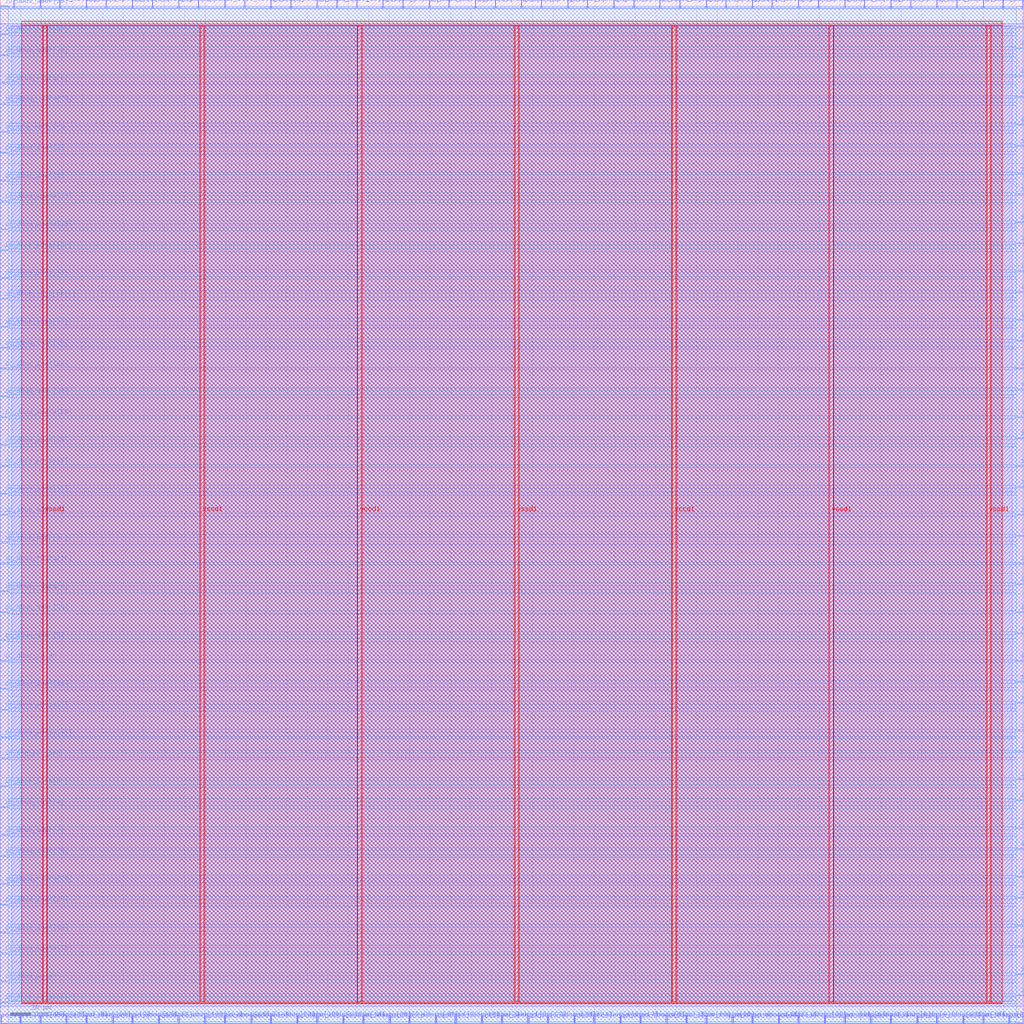
<source format=lef>
VERSION 5.7 ;
  NOWIREEXTENSIONATPIN ON ;
  DIVIDERCHAR "/" ;
  BUSBITCHARS "[]" ;
MACRO Core
  CLASS BLOCK ;
  FOREIGN Core ;
  ORIGIN 0.000 0.000 ;
  SIZE 500.000 BY 500.000 ;
  PIN clock
    DIRECTION INPUT ;
    USE SIGNAL ;
    PORT
      LAYER met2 ;
        RECT 96.690 496.000 96.970 500.000 ;
    END
  END clock
  PIN io_dbus_addr[0]
    DIRECTION OUTPUT TRISTATE ;
    USE SIGNAL ;
    PORT
      LAYER met2 ;
        RECT 492.750 0.000 493.030 4.000 ;
    END
  END io_dbus_addr[0]
  PIN io_dbus_addr[10]
    DIRECTION OUTPUT TRISTATE ;
    USE SIGNAL ;
    PORT
      LAYER met2 ;
        RECT 109.570 0.000 109.850 4.000 ;
    END
  END io_dbus_addr[10]
  PIN io_dbus_addr[11]
    DIRECTION OUTPUT TRISTATE ;
    USE SIGNAL ;
    PORT
      LAYER met2 ;
        RECT 367.170 0.000 367.450 4.000 ;
    END
  END io_dbus_addr[11]
  PIN io_dbus_addr[12]
    DIRECTION OUTPUT TRISTATE ;
    USE SIGNAL ;
    PORT
      LAYER met3 ;
        RECT 496.000 214.240 500.000 214.840 ;
    END
  END io_dbus_addr[12]
  PIN io_dbus_addr[13]
    DIRECTION OUTPUT TRISTATE ;
    USE SIGNAL ;
    PORT
      LAYER met2 ;
        RECT 322.090 496.000 322.370 500.000 ;
    END
  END io_dbus_addr[13]
  PIN io_dbus_addr[14]
    DIRECTION OUTPUT TRISTATE ;
    USE SIGNAL ;
    PORT
      LAYER met2 ;
        RECT 29.070 496.000 29.350 500.000 ;
    END
  END io_dbus_addr[14]
  PIN io_dbus_addr[15]
    DIRECTION OUTPUT TRISTATE ;
    USE SIGNAL ;
    PORT
      LAYER met3 ;
        RECT 0.000 258.440 4.000 259.040 ;
    END
  END io_dbus_addr[15]
  PIN io_dbus_addr[16]
    DIRECTION OUTPUT TRISTATE ;
    USE SIGNAL ;
    PORT
      LAYER met3 ;
        RECT 496.000 37.440 500.000 38.040 ;
    END
  END io_dbus_addr[16]
  PIN io_dbus_addr[17]
    DIRECTION OUTPUT TRISTATE ;
    USE SIGNAL ;
    PORT
      LAYER met2 ;
        RECT 479.870 496.000 480.150 500.000 ;
    END
  END io_dbus_addr[17]
  PIN io_dbus_addr[18]
    DIRECTION OUTPUT TRISTATE ;
    USE SIGNAL ;
    PORT
      LAYER met2 ;
        RECT 41.950 0.000 42.230 4.000 ;
    END
  END io_dbus_addr[18]
  PIN io_dbus_addr[19]
    DIRECTION OUTPUT TRISTATE ;
    USE SIGNAL ;
    PORT
      LAYER met3 ;
        RECT 0.000 282.240 4.000 282.840 ;
    END
  END io_dbus_addr[19]
  PIN io_dbus_addr[1]
    DIRECTION OUTPUT TRISTATE ;
    USE SIGNAL ;
    PORT
      LAYER met2 ;
        RECT 235.150 0.000 235.430 4.000 ;
    END
  END io_dbus_addr[1]
  PIN io_dbus_addr[20]
    DIRECTION OUTPUT TRISTATE ;
    USE SIGNAL ;
    PORT
      LAYER met3 ;
        RECT 0.000 496.440 4.000 497.040 ;
    END
  END io_dbus_addr[20]
  PIN io_dbus_addr[21]
    DIRECTION OUTPUT TRISTATE ;
    USE SIGNAL ;
    PORT
      LAYER met3 ;
        RECT 496.000 85.040 500.000 85.640 ;
    END
  END io_dbus_addr[21]
  PIN io_dbus_addr[22]
    DIRECTION OUTPUT TRISTATE ;
    USE SIGNAL ;
    PORT
      LAYER met2 ;
        RECT 231.930 496.000 232.210 500.000 ;
    END
  END io_dbus_addr[22]
  PIN io_dbus_addr[23]
    DIRECTION OUTPUT TRISTATE ;
    USE SIGNAL ;
    PORT
      LAYER met3 ;
        RECT 496.000 380.840 500.000 381.440 ;
    END
  END io_dbus_addr[23]
  PIN io_dbus_addr[24]
    DIRECTION OUTPUT TRISTATE ;
    USE SIGNAL ;
    PORT
      LAYER met3 ;
        RECT 0.000 472.640 4.000 473.240 ;
    END
  END io_dbus_addr[24]
  PIN io_dbus_addr[25]
    DIRECTION OUTPUT TRISTATE ;
    USE SIGNAL ;
    PORT
      LAYER met2 ;
        RECT 219.050 496.000 219.330 500.000 ;
    END
  END io_dbus_addr[25]
  PIN io_dbus_addr[26]
    DIRECTION OUTPUT TRISTATE ;
    USE SIGNAL ;
    PORT
      LAYER met2 ;
        RECT 286.670 496.000 286.950 500.000 ;
    END
  END io_dbus_addr[26]
  PIN io_dbus_addr[27]
    DIRECTION OUTPUT TRISTATE ;
    USE SIGNAL ;
    PORT
      LAYER met2 ;
        RECT 447.670 0.000 447.950 4.000 ;
    END
  END io_dbus_addr[27]
  PIN io_dbus_addr[28]
    DIRECTION OUTPUT TRISTATE ;
    USE SIGNAL ;
    PORT
      LAYER met3 ;
        RECT 496.000 391.040 500.000 391.640 ;
    END
  END io_dbus_addr[28]
  PIN io_dbus_addr[29]
    DIRECTION OUTPUT TRISTATE ;
    USE SIGNAL ;
    PORT
      LAYER met3 ;
        RECT 0.000 482.840 4.000 483.440 ;
    END
  END io_dbus_addr[29]
  PIN io_dbus_addr[2]
    DIRECTION OUTPUT TRISTATE ;
    USE SIGNAL ;
    PORT
      LAYER met2 ;
        RECT 119.230 496.000 119.510 500.000 ;
    END
  END io_dbus_addr[2]
  PIN io_dbus_addr[30]
    DIRECTION OUTPUT TRISTATE ;
    USE SIGNAL ;
    PORT
      LAYER met3 ;
        RECT 0.000 200.640 4.000 201.240 ;
    END
  END io_dbus_addr[30]
  PIN io_dbus_addr[31]
    DIRECTION OUTPUT TRISTATE ;
    USE SIGNAL ;
    PORT
      LAYER met3 ;
        RECT 0.000 306.040 4.000 306.640 ;
    END
  END io_dbus_addr[31]
  PIN io_dbus_addr[3]
    DIRECTION OUTPUT TRISTATE ;
    USE SIGNAL ;
    PORT
      LAYER met3 ;
        RECT 496.000 47.640 500.000 48.240 ;
    END
  END io_dbus_addr[3]
  PIN io_dbus_addr[4]
    DIRECTION OUTPUT TRISTATE ;
    USE SIGNAL ;
    PORT
      LAYER met3 ;
        RECT 496.000 476.040 500.000 476.640 ;
    END
  END io_dbus_addr[4]
  PIN io_dbus_addr[5]
    DIRECTION OUTPUT TRISTATE ;
    USE SIGNAL ;
    PORT
      LAYER met2 ;
        RECT 64.490 496.000 64.770 500.000 ;
    END
  END io_dbus_addr[5]
  PIN io_dbus_addr[6]
    DIRECTION OUTPUT TRISTATE ;
    USE SIGNAL ;
    PORT
      LAYER met2 ;
        RECT 402.590 0.000 402.870 4.000 ;
    END
  END io_dbus_addr[6]
  PIN io_dbus_addr[7]
    DIRECTION OUTPUT TRISTATE ;
    USE SIGNAL ;
    PORT
      LAYER met3 ;
        RECT 0.000 91.840 4.000 92.440 ;
    END
  END io_dbus_addr[7]
  PIN io_dbus_addr[8]
    DIRECTION OUTPUT TRISTATE ;
    USE SIGNAL ;
    PORT
      LAYER met2 ;
        RECT 425.130 0.000 425.410 4.000 ;
    END
  END io_dbus_addr[8]
  PIN io_dbus_addr[9]
    DIRECTION OUTPUT TRISTATE ;
    USE SIGNAL ;
    PORT
      LAYER met2 ;
        RECT 144.990 0.000 145.270 4.000 ;
    END
  END io_dbus_addr[9]
  PIN io_dbus_ld_type[0]
    DIRECTION OUTPUT TRISTATE ;
    USE SIGNAL ;
    PORT
      LAYER met3 ;
        RECT 0.000 353.640 4.000 354.240 ;
    END
  END io_dbus_ld_type[0]
  PIN io_dbus_ld_type[1]
    DIRECTION OUTPUT TRISTATE ;
    USE SIGNAL ;
    PORT
      LAYER met3 ;
        RECT 496.000 71.440 500.000 72.040 ;
    END
  END io_dbus_ld_type[1]
  PIN io_dbus_ld_type[2]
    DIRECTION OUTPUT TRISTATE ;
    USE SIGNAL ;
    PORT
      LAYER met2 ;
        RECT 389.710 0.000 389.990 4.000 ;
    END
  END io_dbus_ld_type[2]
  PIN io_dbus_rd_en
    DIRECTION OUTPUT TRISTATE ;
    USE SIGNAL ;
    PORT
      LAYER met3 ;
        RECT 0.000 176.840 4.000 177.440 ;
    END
  END io_dbus_rd_en
  PIN io_dbus_rdata[0]
    DIRECTION INPUT ;
    USE SIGNAL ;
    PORT
      LAYER met2 ;
        RECT 41.950 496.000 42.230 500.000 ;
    END
  END io_dbus_rdata[0]
  PIN io_dbus_rdata[10]
    DIRECTION INPUT ;
    USE SIGNAL ;
    PORT
      LAYER met2 ;
        RECT 19.410 496.000 19.690 500.000 ;
    END
  END io_dbus_rdata[10]
  PIN io_dbus_rdata[11]
    DIRECTION INPUT ;
    USE SIGNAL ;
    PORT
      LAYER met2 ;
        RECT 357.510 0.000 357.790 4.000 ;
    END
  END io_dbus_rdata[11]
  PIN io_dbus_rdata[12]
    DIRECTION INPUT ;
    USE SIGNAL ;
    PORT
      LAYER met2 ;
        RECT 444.450 496.000 444.730 500.000 ;
    END
  END io_dbus_rdata[12]
  PIN io_dbus_rdata[13]
    DIRECTION INPUT ;
    USE SIGNAL ;
    PORT
      LAYER met3 ;
        RECT 496.000 319.640 500.000 320.240 ;
    END
  END io_dbus_rdata[13]
  PIN io_dbus_rdata[14]
    DIRECTION INPUT ;
    USE SIGNAL ;
    PORT
      LAYER met2 ;
        RECT 309.210 496.000 309.490 500.000 ;
    END
  END io_dbus_rdata[14]
  PIN io_dbus_rdata[15]
    DIRECTION INPUT ;
    USE SIGNAL ;
    PORT
      LAYER met2 ;
        RECT 399.370 496.000 399.650 500.000 ;
    END
  END io_dbus_rdata[15]
  PIN io_dbus_rdata[16]
    DIRECTION INPUT ;
    USE SIGNAL ;
    PORT
      LAYER met3 ;
        RECT 0.000 224.440 4.000 225.040 ;
    END
  END io_dbus_rdata[16]
  PIN io_dbus_rdata[17]
    DIRECTION INPUT ;
    USE SIGNAL ;
    PORT
      LAYER met2 ;
        RECT 132.110 0.000 132.390 4.000 ;
    END
  END io_dbus_rdata[17]
  PIN io_dbus_rdata[18]
    DIRECTION INPUT ;
    USE SIGNAL ;
    PORT
      LAYER met2 ;
        RECT 457.330 496.000 457.610 500.000 ;
    END
  END io_dbus_rdata[18]
  PIN io_dbus_rdata[19]
    DIRECTION INPUT ;
    USE SIGNAL ;
    PORT
      LAYER met2 ;
        RECT 190.070 0.000 190.350 4.000 ;
    END
  END io_dbus_rdata[19]
  PIN io_dbus_rdata[1]
    DIRECTION INPUT ;
    USE SIGNAL ;
    PORT
      LAYER met2 ;
        RECT 312.430 0.000 312.710 4.000 ;
    END
  END io_dbus_rdata[1]
  PIN io_dbus_rdata[20]
    DIRECTION INPUT ;
    USE SIGNAL ;
    PORT
      LAYER met3 ;
        RECT 496.000 404.640 500.000 405.240 ;
    END
  END io_dbus_rdata[20]
  PIN io_dbus_rdata[21]
    DIRECTION INPUT ;
    USE SIGNAL ;
    PORT
      LAYER met3 ;
        RECT 496.000 272.040 500.000 272.640 ;
    END
  END io_dbus_rdata[21]
  PIN io_dbus_rdata[22]
    DIRECTION INPUT ;
    USE SIGNAL ;
    PORT
      LAYER met2 ;
        RECT 466.990 496.000 467.270 500.000 ;
    END
  END io_dbus_rdata[22]
  PIN io_dbus_rdata[23]
    DIRECTION INPUT ;
    USE SIGNAL ;
    PORT
      LAYER met2 ;
        RECT 209.390 496.000 209.670 500.000 ;
    END
  END io_dbus_rdata[23]
  PIN io_dbus_rdata[24]
    DIRECTION INPUT ;
    USE SIGNAL ;
    PORT
      LAYER met3 ;
        RECT 496.000 248.240 500.000 248.840 ;
    END
  END io_dbus_rdata[24]
  PIN io_dbus_rdata[25]
    DIRECTION INPUT ;
    USE SIGNAL ;
    PORT
      LAYER met2 ;
        RECT 132.110 496.000 132.390 500.000 ;
    END
  END io_dbus_rdata[25]
  PIN io_dbus_rdata[26]
    DIRECTION INPUT ;
    USE SIGNAL ;
    PORT
      LAYER met3 ;
        RECT 0.000 68.040 4.000 68.640 ;
    END
  END io_dbus_rdata[26]
  PIN io_dbus_rdata[27]
    DIRECTION INPUT ;
    USE SIGNAL ;
    PORT
      LAYER met2 ;
        RECT 173.970 496.000 174.250 500.000 ;
    END
  END io_dbus_rdata[27]
  PIN io_dbus_rdata[28]
    DIRECTION INPUT ;
    USE SIGNAL ;
    PORT
      LAYER met3 ;
        RECT 496.000 343.440 500.000 344.040 ;
    END
  END io_dbus_rdata[28]
  PIN io_dbus_rdata[29]
    DIRECTION INPUT ;
    USE SIGNAL ;
    PORT
      LAYER met2 ;
        RECT 334.970 0.000 335.250 4.000 ;
    END
  END io_dbus_rdata[29]
  PIN io_dbus_rdata[2]
    DIRECTION INPUT ;
    USE SIGNAL ;
    PORT
      LAYER met2 ;
        RECT 434.790 496.000 435.070 500.000 ;
    END
  END io_dbus_rdata[2]
  PIN io_dbus_rdata[30]
    DIRECTION INPUT ;
    USE SIGNAL ;
    PORT
      LAYER met2 ;
        RECT 499.190 496.000 499.470 500.000 ;
    END
  END io_dbus_rdata[30]
  PIN io_dbus_rdata[31]
    DIRECTION INPUT ;
    USE SIGNAL ;
    PORT
      LAYER met2 ;
        RECT 186.850 496.000 187.130 500.000 ;
    END
  END io_dbus_rdata[31]
  PIN io_dbus_rdata[3]
    DIRECTION INPUT ;
    USE SIGNAL ;
    PORT
      LAYER met2 ;
        RECT 222.270 0.000 222.550 4.000 ;
    END
  END io_dbus_rdata[3]
  PIN io_dbus_rdata[4]
    DIRECTION INPUT ;
    USE SIGNAL ;
    PORT
      LAYER met3 ;
        RECT 496.000 156.440 500.000 157.040 ;
    END
  END io_dbus_rdata[4]
  PIN io_dbus_rdata[5]
    DIRECTION INPUT ;
    USE SIGNAL ;
    PORT
      LAYER met3 ;
        RECT 496.000 23.840 500.000 24.440 ;
    END
  END io_dbus_rdata[5]
  PIN io_dbus_rdata[6]
    DIRECTION INPUT ;
    USE SIGNAL ;
    PORT
      LAYER met2 ;
        RECT 299.550 496.000 299.830 500.000 ;
    END
  END io_dbus_rdata[6]
  PIN io_dbus_rdata[7]
    DIRECTION INPUT ;
    USE SIGNAL ;
    PORT
      LAYER met3 ;
        RECT 496.000 438.640 500.000 439.240 ;
    END
  END io_dbus_rdata[7]
  PIN io_dbus_rdata[8]
    DIRECTION INPUT ;
    USE SIGNAL ;
    PORT
      LAYER met3 ;
        RECT 496.000 176.840 500.000 177.440 ;
    END
  END io_dbus_rdata[8]
  PIN io_dbus_rdata[9]
    DIRECTION INPUT ;
    USE SIGNAL ;
    PORT
      LAYER met2 ;
        RECT 302.770 0.000 303.050 4.000 ;
    END
  END io_dbus_rdata[9]
  PIN io_dbus_st_type[0]
    DIRECTION OUTPUT TRISTATE ;
    USE SIGNAL ;
    PORT
      LAYER met3 ;
        RECT 0.000 10.240 4.000 10.840 ;
    END
  END io_dbus_st_type[0]
  PIN io_dbus_st_type[1]
    DIRECTION OUTPUT TRISTATE ;
    USE SIGNAL ;
    PORT
      LAYER met2 ;
        RECT 344.630 496.000 344.910 500.000 ;
    END
  END io_dbus_st_type[1]
  PIN io_dbus_valid
    DIRECTION INPUT ;
    USE SIGNAL ;
    PORT
      LAYER met3 ;
        RECT 496.000 452.240 500.000 452.840 ;
    END
  END io_dbus_valid
  PIN io_dbus_wdata[0]
    DIRECTION OUTPUT TRISTATE ;
    USE SIGNAL ;
    PORT
      LAYER met2 ;
        RECT 141.770 496.000 142.050 500.000 ;
    END
  END io_dbus_wdata[0]
  PIN io_dbus_wdata[10]
    DIRECTION OUTPUT TRISTATE ;
    USE SIGNAL ;
    PORT
      LAYER met3 ;
        RECT 496.000 309.440 500.000 310.040 ;
    END
  END io_dbus_wdata[10]
  PIN io_dbus_wdata[11]
    DIRECTION OUTPUT TRISTATE ;
    USE SIGNAL ;
    PORT
      LAYER met2 ;
        RECT 19.410 0.000 19.690 4.000 ;
    END
  END io_dbus_wdata[11]
  PIN io_dbus_wdata[12]
    DIRECTION OUTPUT TRISTATE ;
    USE SIGNAL ;
    PORT
      LAYER met2 ;
        RECT 154.650 0.000 154.930 4.000 ;
    END
  END io_dbus_wdata[12]
  PIN io_dbus_wdata[13]
    DIRECTION OUTPUT TRISTATE ;
    USE SIGNAL ;
    PORT
      LAYER met3 ;
        RECT 0.000 387.640 4.000 388.240 ;
    END
  END io_dbus_wdata[13]
  PIN io_dbus_wdata[14]
    DIRECTION OUTPUT TRISTATE ;
    USE SIGNAL ;
    PORT
      LAYER met2 ;
        RECT 412.250 496.000 412.530 500.000 ;
    END
  END io_dbus_wdata[14]
  PIN io_dbus_wdata[15]
    DIRECTION OUTPUT TRISTATE ;
    USE SIGNAL ;
    PORT
      LAYER met3 ;
        RECT 0.000 139.440 4.000 140.040 ;
    END
  END io_dbus_wdata[15]
  PIN io_dbus_wdata[16]
    DIRECTION OUTPUT TRISTATE ;
    USE SIGNAL ;
    PORT
      LAYER met2 ;
        RECT 457.330 0.000 457.610 4.000 ;
    END
  END io_dbus_wdata[16]
  PIN io_dbus_wdata[17]
    DIRECTION OUTPUT TRISTATE ;
    USE SIGNAL ;
    PORT
      LAYER met3 ;
        RECT 0.000 401.240 4.000 401.840 ;
    END
  END io_dbus_wdata[17]
  PIN io_dbus_wdata[18]
    DIRECTION OUTPUT TRISTATE ;
    USE SIGNAL ;
    PORT
      LAYER met3 ;
        RECT 0.000 34.040 4.000 34.640 ;
    END
  END io_dbus_wdata[18]
  PIN io_dbus_wdata[19]
    DIRECTION OUTPUT TRISTATE ;
    USE SIGNAL ;
    PORT
      LAYER met3 ;
        RECT 496.000 200.640 500.000 201.240 ;
    END
  END io_dbus_wdata[19]
  PIN io_dbus_wdata[1]
    DIRECTION OUTPUT TRISTATE ;
    USE SIGNAL ;
    PORT
      LAYER met3 ;
        RECT 496.000 119.040 500.000 119.640 ;
    END
  END io_dbus_wdata[1]
  PIN io_dbus_wdata[20]
    DIRECTION OUTPUT TRISTATE ;
    USE SIGNAL ;
    PORT
      LAYER met3 ;
        RECT 0.000 377.440 4.000 378.040 ;
    END
  END io_dbus_wdata[20]
  PIN io_dbus_wdata[21]
    DIRECTION OUTPUT TRISTATE ;
    USE SIGNAL ;
    PORT
      LAYER met2 ;
        RECT 196.510 496.000 196.790 500.000 ;
    END
  END io_dbus_wdata[21]
  PIN io_dbus_wdata[22]
    DIRECTION OUTPUT TRISTATE ;
    USE SIGNAL ;
    PORT
      LAYER met2 ;
        RECT 380.050 0.000 380.330 4.000 ;
    END
  END io_dbus_wdata[22]
  PIN io_dbus_wdata[23]
    DIRECTION OUTPUT TRISTATE ;
    USE SIGNAL ;
    PORT
      LAYER met3 ;
        RECT 496.000 414.840 500.000 415.440 ;
    END
  END io_dbus_wdata[23]
  PIN io_dbus_wdata[24]
    DIRECTION OUTPUT TRISTATE ;
    USE SIGNAL ;
    PORT
      LAYER met2 ;
        RECT 167.530 0.000 167.810 4.000 ;
    END
  END io_dbus_wdata[24]
  PIN io_dbus_wdata[25]
    DIRECTION OUTPUT TRISTATE ;
    USE SIGNAL ;
    PORT
      LAYER met3 ;
        RECT 0.000 448.840 4.000 449.440 ;
    END
  END io_dbus_wdata[25]
  PIN io_dbus_wdata[26]
    DIRECTION OUTPUT TRISTATE ;
    USE SIGNAL ;
    PORT
      LAYER met3 ;
        RECT 496.000 357.040 500.000 357.640 ;
    END
  END io_dbus_wdata[26]
  PIN io_dbus_wdata[27]
    DIRECTION OUTPUT TRISTATE ;
    USE SIGNAL ;
    PORT
      LAYER met3 ;
        RECT 496.000 0.040 500.000 0.640 ;
    END
  END io_dbus_wdata[27]
  PIN io_dbus_wdata[28]
    DIRECTION OUTPUT TRISTATE ;
    USE SIGNAL ;
    PORT
      LAYER met3 ;
        RECT 496.000 132.640 500.000 133.240 ;
    END
  END io_dbus_wdata[28]
  PIN io_dbus_wdata[29]
    DIRECTION OUTPUT TRISTATE ;
    USE SIGNAL ;
    PORT
      LAYER met3 ;
        RECT 0.000 295.840 4.000 296.440 ;
    END
  END io_dbus_wdata[29]
  PIN io_dbus_wdata[2]
    DIRECTION OUTPUT TRISTATE ;
    USE SIGNAL ;
    PORT
      LAYER met3 ;
        RECT 496.000 224.440 500.000 225.040 ;
    END
  END io_dbus_wdata[2]
  PIN io_dbus_wdata[30]
    DIRECTION OUTPUT TRISTATE ;
    USE SIGNAL ;
    PORT
      LAYER met2 ;
        RECT 470.210 0.000 470.490 4.000 ;
    END
  END io_dbus_wdata[30]
  PIN io_dbus_wdata[31]
    DIRECTION OUTPUT TRISTATE ;
    USE SIGNAL ;
    PORT
      LAYER met2 ;
        RECT 257.690 0.000 257.970 4.000 ;
    END
  END io_dbus_wdata[31]
  PIN io_dbus_wdata[3]
    DIRECTION OUTPUT TRISTATE ;
    USE SIGNAL ;
    PORT
      LAYER met3 ;
        RECT 496.000 261.840 500.000 262.440 ;
    END
  END io_dbus_wdata[3]
  PIN io_dbus_wdata[4]
    DIRECTION OUTPUT TRISTATE ;
    USE SIGNAL ;
    PORT
      LAYER met3 ;
        RECT 0.000 210.840 4.000 211.440 ;
    END
  END io_dbus_wdata[4]
  PIN io_dbus_wdata[5]
    DIRECTION OUTPUT TRISTATE ;
    USE SIGNAL ;
    PORT
      LAYER met3 ;
        RECT 0.000 153.040 4.000 153.640 ;
    END
  END io_dbus_wdata[5]
  PIN io_dbus_wdata[6]
    DIRECTION OUTPUT TRISTATE ;
    USE SIGNAL ;
    PORT
      LAYER met2 ;
        RECT 264.130 496.000 264.410 500.000 ;
    END
  END io_dbus_wdata[6]
  PIN io_dbus_wdata[7]
    DIRECTION OUTPUT TRISTATE ;
    USE SIGNAL ;
    PORT
      LAYER met3 ;
        RECT 0.000 272.040 4.000 272.640 ;
    END
  END io_dbus_wdata[7]
  PIN io_dbus_wdata[8]
    DIRECTION OUTPUT TRISTATE ;
    USE SIGNAL ;
    PORT
      LAYER met3 ;
        RECT 0.000 459.040 4.000 459.640 ;
    END
  END io_dbus_wdata[8]
  PIN io_dbus_wdata[9]
    DIRECTION OUTPUT TRISTATE ;
    USE SIGNAL ;
    PORT
      LAYER met3 ;
        RECT 496.000 462.440 500.000 463.040 ;
    END
  END io_dbus_wdata[9]
  PIN io_dbus_wr_en
    DIRECTION OUTPUT TRISTATE ;
    USE SIGNAL ;
    PORT
      LAYER met3 ;
        RECT 0.000 20.440 4.000 21.040 ;
    END
  END io_dbus_wr_en
  PIN io_ibus_addr[0]
    DIRECTION OUTPUT TRISTATE ;
    USE SIGNAL ;
    PORT
      LAYER met2 ;
        RECT 277.010 496.000 277.290 500.000 ;
    END
  END io_ibus_addr[0]
  PIN io_ibus_addr[10]
    DIRECTION OUTPUT TRISTATE ;
    USE SIGNAL ;
    PORT
      LAYER met3 ;
        RECT 0.000 234.640 4.000 235.240 ;
    END
  END io_ibus_addr[10]
  PIN io_ibus_addr[11]
    DIRECTION OUTPUT TRISTATE ;
    USE SIGNAL ;
    PORT
      LAYER met2 ;
        RECT 331.750 496.000 332.030 500.000 ;
    END
  END io_ibus_addr[11]
  PIN io_ibus_addr[12]
    DIRECTION OUTPUT TRISTATE ;
    USE SIGNAL ;
    PORT
      LAYER met2 ;
        RECT 9.750 0.000 10.030 4.000 ;
    END
  END io_ibus_addr[12]
  PIN io_ibus_addr[13]
    DIRECTION OUTPUT TRISTATE ;
    USE SIGNAL ;
    PORT
      LAYER met2 ;
        RECT 77.370 0.000 77.650 4.000 ;
    END
  END io_ibus_addr[13]
  PIN io_ibus_addr[14]
    DIRECTION OUTPUT TRISTATE ;
    USE SIGNAL ;
    PORT
      LAYER met3 ;
        RECT 496.000 61.240 500.000 61.840 ;
    END
  END io_ibus_addr[14]
  PIN io_ibus_addr[15]
    DIRECTION OUTPUT TRISTATE ;
    USE SIGNAL ;
    PORT
      LAYER met2 ;
        RECT 212.610 0.000 212.890 4.000 ;
    END
  END io_ibus_addr[15]
  PIN io_ibus_addr[16]
    DIRECTION OUTPUT TRISTATE ;
    USE SIGNAL ;
    PORT
      LAYER met2 ;
        RECT 109.570 496.000 109.850 500.000 ;
    END
  END io_ibus_addr[16]
  PIN io_ibus_addr[17]
    DIRECTION OUTPUT TRISTATE ;
    USE SIGNAL ;
    PORT
      LAYER met2 ;
        RECT 154.650 496.000 154.930 500.000 ;
    END
  END io_ibus_addr[17]
  PIN io_ibus_addr[18]
    DIRECTION OUTPUT TRISTATE ;
    USE SIGNAL ;
    PORT
      LAYER met2 ;
        RECT 376.830 496.000 377.110 500.000 ;
    END
  END io_ibus_addr[18]
  PIN io_ibus_addr[19]
    DIRECTION OUTPUT TRISTATE ;
    USE SIGNAL ;
    PORT
      LAYER met2 ;
        RECT 54.830 0.000 55.110 4.000 ;
    END
  END io_ibus_addr[19]
  PIN io_ibus_addr[1]
    DIRECTION OUTPUT TRISTATE ;
    USE SIGNAL ;
    PORT
      LAYER met3 ;
        RECT 496.000 108.840 500.000 109.440 ;
    END
  END io_ibus_addr[1]
  PIN io_ibus_addr[20]
    DIRECTION OUTPUT TRISTATE ;
    USE SIGNAL ;
    PORT
      LAYER met3 ;
        RECT 496.000 285.640 500.000 286.240 ;
    END
  END io_ibus_addr[20]
  PIN io_ibus_addr[21]
    DIRECTION OUTPUT TRISTATE ;
    USE SIGNAL ;
    PORT
      LAYER met2 ;
        RECT 164.310 496.000 164.590 500.000 ;
    END
  END io_ibus_addr[21]
  PIN io_ibus_addr[22]
    DIRECTION OUTPUT TRISTATE ;
    USE SIGNAL ;
    PORT
      LAYER met3 ;
        RECT 496.000 190.440 500.000 191.040 ;
    END
  END io_ibus_addr[22]
  PIN io_ibus_addr[23]
    DIRECTION OUTPUT TRISTATE ;
    USE SIGNAL ;
    PORT
      LAYER met2 ;
        RECT 51.610 496.000 51.890 500.000 ;
    END
  END io_ibus_addr[23]
  PIN io_ibus_addr[24]
    DIRECTION OUTPUT TRISTATE ;
    USE SIGNAL ;
    PORT
      LAYER met2 ;
        RECT 267.350 0.000 267.630 4.000 ;
    END
  END io_ibus_addr[24]
  PIN io_ibus_addr[25]
    DIRECTION OUTPUT TRISTATE ;
    USE SIGNAL ;
    PORT
      LAYER met3 ;
        RECT 496.000 367.240 500.000 367.840 ;
    END
  END io_ibus_addr[25]
  PIN io_ibus_addr[26]
    DIRECTION OUTPUT TRISTATE ;
    USE SIGNAL ;
    PORT
      LAYER met2 ;
        RECT 389.710 496.000 389.990 500.000 ;
    END
  END io_ibus_addr[26]
  PIN io_ibus_addr[27]
    DIRECTION OUTPUT TRISTATE ;
    USE SIGNAL ;
    PORT
      LAYER met2 ;
        RECT 122.450 0.000 122.730 4.000 ;
    END
  END io_ibus_addr[27]
  PIN io_ibus_addr[28]
    DIRECTION OUTPUT TRISTATE ;
    USE SIGNAL ;
    PORT
      LAYER met3 ;
        RECT 496.000 142.840 500.000 143.440 ;
    END
  END io_ibus_addr[28]
  PIN io_ibus_addr[29]
    DIRECTION OUTPUT TRISTATE ;
    USE SIGNAL ;
    PORT
      LAYER met2 ;
        RECT 325.310 0.000 325.590 4.000 ;
    END
  END io_ibus_addr[29]
  PIN io_ibus_addr[2]
    DIRECTION OUTPUT TRISTATE ;
    USE SIGNAL ;
    PORT
      LAYER met3 ;
        RECT 496.000 13.640 500.000 14.240 ;
    END
  END io_ibus_addr[2]
  PIN io_ibus_addr[30]
    DIRECTION OUTPUT TRISTATE ;
    USE SIGNAL ;
    PORT
      LAYER met2 ;
        RECT 74.150 496.000 74.430 500.000 ;
    END
  END io_ibus_addr[30]
  PIN io_ibus_addr[31]
    DIRECTION OUTPUT TRISTATE ;
    USE SIGNAL ;
    PORT
      LAYER met2 ;
        RECT 412.250 0.000 412.530 4.000 ;
    END
  END io_ibus_addr[31]
  PIN io_ibus_addr[3]
    DIRECTION OUTPUT TRISTATE ;
    USE SIGNAL ;
    PORT
      LAYER met2 ;
        RECT 64.490 0.000 64.770 4.000 ;
    END
  END io_ibus_addr[3]
  PIN io_ibus_addr[4]
    DIRECTION OUTPUT TRISTATE ;
    USE SIGNAL ;
    PORT
      LAYER met2 ;
        RECT 199.730 0.000 200.010 4.000 ;
    END
  END io_ibus_addr[4]
  PIN io_ibus_addr[5]
    DIRECTION OUTPUT TRISTATE ;
    USE SIGNAL ;
    PORT
      LAYER met3 ;
        RECT 0.000 187.040 4.000 187.640 ;
    END
  END io_ibus_addr[5]
  PIN io_ibus_addr[6]
    DIRECTION OUTPUT TRISTATE ;
    USE SIGNAL ;
    PORT
      LAYER met3 ;
        RECT 496.000 428.440 500.000 429.040 ;
    END
  END io_ibus_addr[6]
  PIN io_ibus_addr[7]
    DIRECTION OUTPUT TRISTATE ;
    USE SIGNAL ;
    PORT
      LAYER met3 ;
        RECT 496.000 295.840 500.000 296.440 ;
    END
  END io_ibus_addr[7]
  PIN io_ibus_addr[8]
    DIRECTION OUTPUT TRISTATE ;
    USE SIGNAL ;
    PORT
      LAYER met2 ;
        RECT 434.790 0.000 435.070 4.000 ;
    END
  END io_ibus_addr[8]
  PIN io_ibus_addr[9]
    DIRECTION OUTPUT TRISTATE ;
    USE SIGNAL ;
    PORT
      LAYER met3 ;
        RECT 0.000 248.240 4.000 248.840 ;
    END
  END io_ibus_addr[9]
  PIN io_ibus_inst[0]
    DIRECTION INPUT ;
    USE SIGNAL ;
    PORT
      LAYER met3 ;
        RECT 496.000 166.640 500.000 167.240 ;
    END
  END io_ibus_inst[0]
  PIN io_ibus_inst[10]
    DIRECTION INPUT ;
    USE SIGNAL ;
    PORT
      LAYER met3 ;
        RECT 0.000 329.840 4.000 330.440 ;
    END
  END io_ibus_inst[10]
  PIN io_ibus_inst[11]
    DIRECTION INPUT ;
    USE SIGNAL ;
    PORT
      LAYER met3 ;
        RECT 0.000 163.240 4.000 163.840 ;
    END
  END io_ibus_inst[11]
  PIN io_ibus_inst[12]
    DIRECTION INPUT ;
    USE SIGNAL ;
    PORT
      LAYER met3 ;
        RECT 496.000 486.240 500.000 486.840 ;
    END
  END io_ibus_inst[12]
  PIN io_ibus_inst[13]
    DIRECTION INPUT ;
    USE SIGNAL ;
    PORT
      LAYER met2 ;
        RECT 479.870 0.000 480.150 4.000 ;
    END
  END io_ibus_inst[13]
  PIN io_ibus_inst[14]
    DIRECTION INPUT ;
    USE SIGNAL ;
    PORT
      LAYER met2 ;
        RECT 489.530 496.000 489.810 500.000 ;
    END
  END io_ibus_inst[14]
  PIN io_ibus_inst[15]
    DIRECTION INPUT ;
    USE SIGNAL ;
    PORT
      LAYER met3 ;
        RECT 0.000 340.040 4.000 340.640 ;
    END
  END io_ibus_inst[15]
  PIN io_ibus_inst[16]
    DIRECTION INPUT ;
    USE SIGNAL ;
    PORT
      LAYER met3 ;
        RECT 0.000 363.840 4.000 364.440 ;
    END
  END io_ibus_inst[16]
  PIN io_ibus_inst[17]
    DIRECTION INPUT ;
    USE SIGNAL ;
    PORT
      LAYER met2 ;
        RECT 289.890 0.000 290.170 4.000 ;
    END
  END io_ibus_inst[17]
  PIN io_ibus_inst[18]
    DIRECTION INPUT ;
    USE SIGNAL ;
    PORT
      LAYER met2 ;
        RECT 0.090 0.000 0.370 4.000 ;
    END
  END io_ibus_inst[18]
  PIN io_ibus_inst[19]
    DIRECTION INPUT ;
    USE SIGNAL ;
    PORT
      LAYER met3 ;
        RECT 0.000 44.240 4.000 44.840 ;
    END
  END io_ibus_inst[19]
  PIN io_ibus_inst[1]
    DIRECTION INPUT ;
    USE SIGNAL ;
    PORT
      LAYER met3 ;
        RECT 0.000 411.440 4.000 412.040 ;
    END
  END io_ibus_inst[1]
  PIN io_ibus_inst[20]
    DIRECTION INPUT ;
    USE SIGNAL ;
    PORT
      LAYER met3 ;
        RECT 0.000 57.840 4.000 58.440 ;
    END
  END io_ibus_inst[20]
  PIN io_ibus_inst[21]
    DIRECTION INPUT ;
    USE SIGNAL ;
    PORT
      LAYER met2 ;
        RECT 254.470 496.000 254.750 500.000 ;
    END
  END io_ibus_inst[21]
  PIN io_ibus_inst[22]
    DIRECTION INPUT ;
    USE SIGNAL ;
    PORT
      LAYER met3 ;
        RECT 0.000 319.640 4.000 320.240 ;
    END
  END io_ibus_inst[22]
  PIN io_ibus_inst[23]
    DIRECTION INPUT ;
    USE SIGNAL ;
    PORT
      LAYER met2 ;
        RECT 87.030 0.000 87.310 4.000 ;
    END
  END io_ibus_inst[23]
  PIN io_ibus_inst[24]
    DIRECTION INPUT ;
    USE SIGNAL ;
    PORT
      LAYER met2 ;
        RECT 32.290 0.000 32.570 4.000 ;
    END
  END io_ibus_inst[24]
  PIN io_ibus_inst[25]
    DIRECTION INPUT ;
    USE SIGNAL ;
    PORT
      LAYER met3 ;
        RECT 0.000 81.640 4.000 82.240 ;
    END
  END io_ibus_inst[25]
  PIN io_ibus_inst[26]
    DIRECTION INPUT ;
    USE SIGNAL ;
    PORT
      LAYER met2 ;
        RECT 241.590 496.000 241.870 500.000 ;
    END
  END io_ibus_inst[26]
  PIN io_ibus_inst[27]
    DIRECTION INPUT ;
    USE SIGNAL ;
    PORT
      LAYER met2 ;
        RECT 244.810 0.000 245.090 4.000 ;
    END
  END io_ibus_inst[27]
  PIN io_ibus_inst[28]
    DIRECTION INPUT ;
    USE SIGNAL ;
    PORT
      LAYER met2 ;
        RECT 421.910 496.000 422.190 500.000 ;
    END
  END io_ibus_inst[28]
  PIN io_ibus_inst[29]
    DIRECTION INPUT ;
    USE SIGNAL ;
    PORT
      LAYER met3 ;
        RECT 496.000 95.240 500.000 95.840 ;
    END
  END io_ibus_inst[29]
  PIN io_ibus_inst[2]
    DIRECTION INPUT ;
    USE SIGNAL ;
    PORT
      LAYER met3 ;
        RECT 0.000 425.040 4.000 425.640 ;
    END
  END io_ibus_inst[2]
  PIN io_ibus_inst[30]
    DIRECTION INPUT ;
    USE SIGNAL ;
    PORT
      LAYER met3 ;
        RECT 0.000 115.640 4.000 116.240 ;
    END
  END io_ibus_inst[30]
  PIN io_ibus_inst[31]
    DIRECTION INPUT ;
    USE SIGNAL ;
    PORT
      LAYER met2 ;
        RECT 99.910 0.000 100.190 4.000 ;
    END
  END io_ibus_inst[31]
  PIN io_ibus_inst[3]
    DIRECTION INPUT ;
    USE SIGNAL ;
    PORT
      LAYER met2 ;
        RECT 177.190 0.000 177.470 4.000 ;
    END
  END io_ibus_inst[3]
  PIN io_ibus_inst[4]
    DIRECTION INPUT ;
    USE SIGNAL ;
    PORT
      LAYER met3 ;
        RECT 0.000 105.440 4.000 106.040 ;
    END
  END io_ibus_inst[4]
  PIN io_ibus_inst[5]
    DIRECTION INPUT ;
    USE SIGNAL ;
    PORT
      LAYER met3 ;
        RECT 496.000 333.240 500.000 333.840 ;
    END
  END io_ibus_inst[5]
  PIN io_ibus_inst[6]
    DIRECTION INPUT ;
    USE SIGNAL ;
    PORT
      LAYER met2 ;
        RECT 280.230 0.000 280.510 4.000 ;
    END
  END io_ibus_inst[6]
  PIN io_ibus_inst[7]
    DIRECTION INPUT ;
    USE SIGNAL ;
    PORT
      LAYER met2 ;
        RECT 367.170 496.000 367.450 500.000 ;
    END
  END io_ibus_inst[7]
  PIN io_ibus_inst[8]
    DIRECTION INPUT ;
    USE SIGNAL ;
    PORT
      LAYER met2 ;
        RECT 354.290 496.000 354.570 500.000 ;
    END
  END io_ibus_inst[8]
  PIN io_ibus_inst[9]
    DIRECTION INPUT ;
    USE SIGNAL ;
    PORT
      LAYER met2 ;
        RECT 6.530 496.000 6.810 500.000 ;
    END
  END io_ibus_inst[9]
  PIN io_ibus_valid
    DIRECTION INPUT ;
    USE SIGNAL ;
    PORT
      LAYER met2 ;
        RECT 87.030 496.000 87.310 500.000 ;
    END
  END io_ibus_valid
  PIN io_irq_motor_irq
    DIRECTION INPUT ;
    USE SIGNAL ;
    PORT
      LAYER met2 ;
        RECT 344.630 0.000 344.910 4.000 ;
    END
  END io_irq_motor_irq
  PIN io_irq_spi_irq
    DIRECTION INPUT ;
    USE SIGNAL ;
    PORT
      LAYER met3 ;
        RECT 0.000 129.240 4.000 129.840 ;
    END
  END io_irq_spi_irq
  PIN io_irq_uart_irq
    DIRECTION INPUT ;
    USE SIGNAL ;
    PORT
      LAYER met3 ;
        RECT 0.000 435.240 4.000 435.840 ;
    END
  END io_irq_uart_irq
  PIN reset
    DIRECTION INPUT ;
    USE SIGNAL ;
    PORT
      LAYER met3 ;
        RECT 496.000 238.040 500.000 238.640 ;
    END
  END reset
  PIN vccd1
    DIRECTION INPUT ;
    USE POWER ;
    PORT
      LAYER met4 ;
        RECT 21.040 10.640 22.640 487.120 ;
    END
    PORT
      LAYER met4 ;
        RECT 174.640 10.640 176.240 487.120 ;
    END
    PORT
      LAYER met4 ;
        RECT 328.240 10.640 329.840 487.120 ;
    END
    PORT
      LAYER met4 ;
        RECT 481.840 10.640 483.440 487.120 ;
    END
  END vccd1
  PIN vssd1
    DIRECTION INPUT ;
    USE GROUND ;
    PORT
      LAYER met4 ;
        RECT 97.840 10.640 99.440 487.120 ;
    END
    PORT
      LAYER met4 ;
        RECT 251.440 10.640 253.040 487.120 ;
    END
    PORT
      LAYER met4 ;
        RECT 405.040 10.640 406.640 487.120 ;
    END
  END vssd1
  OBS
      LAYER li1 ;
        RECT 5.520 10.795 494.040 486.965 ;
      LAYER met1 ;
        RECT 0.070 8.540 499.490 488.200 ;
      LAYER met2 ;
        RECT 0.100 495.720 6.250 496.925 ;
        RECT 7.090 495.720 19.130 496.925 ;
        RECT 19.970 495.720 28.790 496.925 ;
        RECT 29.630 495.720 41.670 496.925 ;
        RECT 42.510 495.720 51.330 496.925 ;
        RECT 52.170 495.720 64.210 496.925 ;
        RECT 65.050 495.720 73.870 496.925 ;
        RECT 74.710 495.720 86.750 496.925 ;
        RECT 87.590 495.720 96.410 496.925 ;
        RECT 97.250 495.720 109.290 496.925 ;
        RECT 110.130 495.720 118.950 496.925 ;
        RECT 119.790 495.720 131.830 496.925 ;
        RECT 132.670 495.720 141.490 496.925 ;
        RECT 142.330 495.720 154.370 496.925 ;
        RECT 155.210 495.720 164.030 496.925 ;
        RECT 164.870 495.720 173.690 496.925 ;
        RECT 174.530 495.720 186.570 496.925 ;
        RECT 187.410 495.720 196.230 496.925 ;
        RECT 197.070 495.720 209.110 496.925 ;
        RECT 209.950 495.720 218.770 496.925 ;
        RECT 219.610 495.720 231.650 496.925 ;
        RECT 232.490 495.720 241.310 496.925 ;
        RECT 242.150 495.720 254.190 496.925 ;
        RECT 255.030 495.720 263.850 496.925 ;
        RECT 264.690 495.720 276.730 496.925 ;
        RECT 277.570 495.720 286.390 496.925 ;
        RECT 287.230 495.720 299.270 496.925 ;
        RECT 300.110 495.720 308.930 496.925 ;
        RECT 309.770 495.720 321.810 496.925 ;
        RECT 322.650 495.720 331.470 496.925 ;
        RECT 332.310 495.720 344.350 496.925 ;
        RECT 345.190 495.720 354.010 496.925 ;
        RECT 354.850 495.720 366.890 496.925 ;
        RECT 367.730 495.720 376.550 496.925 ;
        RECT 377.390 495.720 389.430 496.925 ;
        RECT 390.270 495.720 399.090 496.925 ;
        RECT 399.930 495.720 411.970 496.925 ;
        RECT 412.810 495.720 421.630 496.925 ;
        RECT 422.470 495.720 434.510 496.925 ;
        RECT 435.350 495.720 444.170 496.925 ;
        RECT 445.010 495.720 457.050 496.925 ;
        RECT 457.890 495.720 466.710 496.925 ;
        RECT 467.550 495.720 479.590 496.925 ;
        RECT 480.430 495.720 489.250 496.925 ;
        RECT 490.090 495.720 498.910 496.925 ;
        RECT 0.100 4.280 499.460 495.720 ;
        RECT 0.650 0.155 9.470 4.280 ;
        RECT 10.310 0.155 19.130 4.280 ;
        RECT 19.970 0.155 32.010 4.280 ;
        RECT 32.850 0.155 41.670 4.280 ;
        RECT 42.510 0.155 54.550 4.280 ;
        RECT 55.390 0.155 64.210 4.280 ;
        RECT 65.050 0.155 77.090 4.280 ;
        RECT 77.930 0.155 86.750 4.280 ;
        RECT 87.590 0.155 99.630 4.280 ;
        RECT 100.470 0.155 109.290 4.280 ;
        RECT 110.130 0.155 122.170 4.280 ;
        RECT 123.010 0.155 131.830 4.280 ;
        RECT 132.670 0.155 144.710 4.280 ;
        RECT 145.550 0.155 154.370 4.280 ;
        RECT 155.210 0.155 167.250 4.280 ;
        RECT 168.090 0.155 176.910 4.280 ;
        RECT 177.750 0.155 189.790 4.280 ;
        RECT 190.630 0.155 199.450 4.280 ;
        RECT 200.290 0.155 212.330 4.280 ;
        RECT 213.170 0.155 221.990 4.280 ;
        RECT 222.830 0.155 234.870 4.280 ;
        RECT 235.710 0.155 244.530 4.280 ;
        RECT 245.370 0.155 257.410 4.280 ;
        RECT 258.250 0.155 267.070 4.280 ;
        RECT 267.910 0.155 279.950 4.280 ;
        RECT 280.790 0.155 289.610 4.280 ;
        RECT 290.450 0.155 302.490 4.280 ;
        RECT 303.330 0.155 312.150 4.280 ;
        RECT 312.990 0.155 325.030 4.280 ;
        RECT 325.870 0.155 334.690 4.280 ;
        RECT 335.530 0.155 344.350 4.280 ;
        RECT 345.190 0.155 357.230 4.280 ;
        RECT 358.070 0.155 366.890 4.280 ;
        RECT 367.730 0.155 379.770 4.280 ;
        RECT 380.610 0.155 389.430 4.280 ;
        RECT 390.270 0.155 402.310 4.280 ;
        RECT 403.150 0.155 411.970 4.280 ;
        RECT 412.810 0.155 424.850 4.280 ;
        RECT 425.690 0.155 434.510 4.280 ;
        RECT 435.350 0.155 447.390 4.280 ;
        RECT 448.230 0.155 457.050 4.280 ;
        RECT 457.890 0.155 469.930 4.280 ;
        RECT 470.770 0.155 479.590 4.280 ;
        RECT 480.430 0.155 492.470 4.280 ;
        RECT 493.310 0.155 499.460 4.280 ;
      LAYER met3 ;
        RECT 4.400 496.040 496.000 496.905 ;
        RECT 4.000 487.240 496.000 496.040 ;
        RECT 4.000 485.840 495.600 487.240 ;
        RECT 4.000 483.840 496.000 485.840 ;
        RECT 4.400 482.440 496.000 483.840 ;
        RECT 4.000 477.040 496.000 482.440 ;
        RECT 4.000 475.640 495.600 477.040 ;
        RECT 4.000 473.640 496.000 475.640 ;
        RECT 4.400 472.240 496.000 473.640 ;
        RECT 4.000 463.440 496.000 472.240 ;
        RECT 4.000 462.040 495.600 463.440 ;
        RECT 4.000 460.040 496.000 462.040 ;
        RECT 4.400 458.640 496.000 460.040 ;
        RECT 4.000 453.240 496.000 458.640 ;
        RECT 4.000 451.840 495.600 453.240 ;
        RECT 4.000 449.840 496.000 451.840 ;
        RECT 4.400 448.440 496.000 449.840 ;
        RECT 4.000 439.640 496.000 448.440 ;
        RECT 4.000 438.240 495.600 439.640 ;
        RECT 4.000 436.240 496.000 438.240 ;
        RECT 4.400 434.840 496.000 436.240 ;
        RECT 4.000 429.440 496.000 434.840 ;
        RECT 4.000 428.040 495.600 429.440 ;
        RECT 4.000 426.040 496.000 428.040 ;
        RECT 4.400 424.640 496.000 426.040 ;
        RECT 4.000 415.840 496.000 424.640 ;
        RECT 4.000 414.440 495.600 415.840 ;
        RECT 4.000 412.440 496.000 414.440 ;
        RECT 4.400 411.040 496.000 412.440 ;
        RECT 4.000 405.640 496.000 411.040 ;
        RECT 4.000 404.240 495.600 405.640 ;
        RECT 4.000 402.240 496.000 404.240 ;
        RECT 4.400 400.840 496.000 402.240 ;
        RECT 4.000 392.040 496.000 400.840 ;
        RECT 4.000 390.640 495.600 392.040 ;
        RECT 4.000 388.640 496.000 390.640 ;
        RECT 4.400 387.240 496.000 388.640 ;
        RECT 4.000 381.840 496.000 387.240 ;
        RECT 4.000 380.440 495.600 381.840 ;
        RECT 4.000 378.440 496.000 380.440 ;
        RECT 4.400 377.040 496.000 378.440 ;
        RECT 4.000 368.240 496.000 377.040 ;
        RECT 4.000 366.840 495.600 368.240 ;
        RECT 4.000 364.840 496.000 366.840 ;
        RECT 4.400 363.440 496.000 364.840 ;
        RECT 4.000 358.040 496.000 363.440 ;
        RECT 4.000 356.640 495.600 358.040 ;
        RECT 4.000 354.640 496.000 356.640 ;
        RECT 4.400 353.240 496.000 354.640 ;
        RECT 4.000 344.440 496.000 353.240 ;
        RECT 4.000 343.040 495.600 344.440 ;
        RECT 4.000 341.040 496.000 343.040 ;
        RECT 4.400 339.640 496.000 341.040 ;
        RECT 4.000 334.240 496.000 339.640 ;
        RECT 4.000 332.840 495.600 334.240 ;
        RECT 4.000 330.840 496.000 332.840 ;
        RECT 4.400 329.440 496.000 330.840 ;
        RECT 4.000 320.640 496.000 329.440 ;
        RECT 4.400 319.240 495.600 320.640 ;
        RECT 4.000 310.440 496.000 319.240 ;
        RECT 4.000 309.040 495.600 310.440 ;
        RECT 4.000 307.040 496.000 309.040 ;
        RECT 4.400 305.640 496.000 307.040 ;
        RECT 4.000 296.840 496.000 305.640 ;
        RECT 4.400 295.440 495.600 296.840 ;
        RECT 4.000 286.640 496.000 295.440 ;
        RECT 4.000 285.240 495.600 286.640 ;
        RECT 4.000 283.240 496.000 285.240 ;
        RECT 4.400 281.840 496.000 283.240 ;
        RECT 4.000 273.040 496.000 281.840 ;
        RECT 4.400 271.640 495.600 273.040 ;
        RECT 4.000 262.840 496.000 271.640 ;
        RECT 4.000 261.440 495.600 262.840 ;
        RECT 4.000 259.440 496.000 261.440 ;
        RECT 4.400 258.040 496.000 259.440 ;
        RECT 4.000 249.240 496.000 258.040 ;
        RECT 4.400 247.840 495.600 249.240 ;
        RECT 4.000 239.040 496.000 247.840 ;
        RECT 4.000 237.640 495.600 239.040 ;
        RECT 4.000 235.640 496.000 237.640 ;
        RECT 4.400 234.240 496.000 235.640 ;
        RECT 4.000 225.440 496.000 234.240 ;
        RECT 4.400 224.040 495.600 225.440 ;
        RECT 4.000 215.240 496.000 224.040 ;
        RECT 4.000 213.840 495.600 215.240 ;
        RECT 4.000 211.840 496.000 213.840 ;
        RECT 4.400 210.440 496.000 211.840 ;
        RECT 4.000 201.640 496.000 210.440 ;
        RECT 4.400 200.240 495.600 201.640 ;
        RECT 4.000 191.440 496.000 200.240 ;
        RECT 4.000 190.040 495.600 191.440 ;
        RECT 4.000 188.040 496.000 190.040 ;
        RECT 4.400 186.640 496.000 188.040 ;
        RECT 4.000 177.840 496.000 186.640 ;
        RECT 4.400 176.440 495.600 177.840 ;
        RECT 4.000 167.640 496.000 176.440 ;
        RECT 4.000 166.240 495.600 167.640 ;
        RECT 4.000 164.240 496.000 166.240 ;
        RECT 4.400 162.840 496.000 164.240 ;
        RECT 4.000 157.440 496.000 162.840 ;
        RECT 4.000 156.040 495.600 157.440 ;
        RECT 4.000 154.040 496.000 156.040 ;
        RECT 4.400 152.640 496.000 154.040 ;
        RECT 4.000 143.840 496.000 152.640 ;
        RECT 4.000 142.440 495.600 143.840 ;
        RECT 4.000 140.440 496.000 142.440 ;
        RECT 4.400 139.040 496.000 140.440 ;
        RECT 4.000 133.640 496.000 139.040 ;
        RECT 4.000 132.240 495.600 133.640 ;
        RECT 4.000 130.240 496.000 132.240 ;
        RECT 4.400 128.840 496.000 130.240 ;
        RECT 4.000 120.040 496.000 128.840 ;
        RECT 4.000 118.640 495.600 120.040 ;
        RECT 4.000 116.640 496.000 118.640 ;
        RECT 4.400 115.240 496.000 116.640 ;
        RECT 4.000 109.840 496.000 115.240 ;
        RECT 4.000 108.440 495.600 109.840 ;
        RECT 4.000 106.440 496.000 108.440 ;
        RECT 4.400 105.040 496.000 106.440 ;
        RECT 4.000 96.240 496.000 105.040 ;
        RECT 4.000 94.840 495.600 96.240 ;
        RECT 4.000 92.840 496.000 94.840 ;
        RECT 4.400 91.440 496.000 92.840 ;
        RECT 4.000 86.040 496.000 91.440 ;
        RECT 4.000 84.640 495.600 86.040 ;
        RECT 4.000 82.640 496.000 84.640 ;
        RECT 4.400 81.240 496.000 82.640 ;
        RECT 4.000 72.440 496.000 81.240 ;
        RECT 4.000 71.040 495.600 72.440 ;
        RECT 4.000 69.040 496.000 71.040 ;
        RECT 4.400 67.640 496.000 69.040 ;
        RECT 4.000 62.240 496.000 67.640 ;
        RECT 4.000 60.840 495.600 62.240 ;
        RECT 4.000 58.840 496.000 60.840 ;
        RECT 4.400 57.440 496.000 58.840 ;
        RECT 4.000 48.640 496.000 57.440 ;
        RECT 4.000 47.240 495.600 48.640 ;
        RECT 4.000 45.240 496.000 47.240 ;
        RECT 4.400 43.840 496.000 45.240 ;
        RECT 4.000 38.440 496.000 43.840 ;
        RECT 4.000 37.040 495.600 38.440 ;
        RECT 4.000 35.040 496.000 37.040 ;
        RECT 4.400 33.640 496.000 35.040 ;
        RECT 4.000 24.840 496.000 33.640 ;
        RECT 4.000 23.440 495.600 24.840 ;
        RECT 4.000 21.440 496.000 23.440 ;
        RECT 4.400 20.040 496.000 21.440 ;
        RECT 4.000 14.640 496.000 20.040 ;
        RECT 4.000 13.240 495.600 14.640 ;
        RECT 4.000 11.240 496.000 13.240 ;
        RECT 4.400 9.840 496.000 11.240 ;
        RECT 4.000 1.040 496.000 9.840 ;
        RECT 4.000 0.175 495.600 1.040 ;
      LAYER met4 ;
        RECT 10.415 487.520 489.145 489.425 ;
        RECT 10.415 10.240 20.640 487.520 ;
        RECT 23.040 10.240 97.440 487.520 ;
        RECT 99.840 10.240 174.240 487.520 ;
        RECT 176.640 10.240 251.040 487.520 ;
        RECT 253.440 10.240 327.840 487.520 ;
        RECT 330.240 10.240 404.640 487.520 ;
        RECT 407.040 10.240 481.440 487.520 ;
        RECT 483.840 10.240 489.145 487.520 ;
        RECT 10.415 9.695 489.145 10.240 ;
  END
END Core
END LIBRARY


</source>
